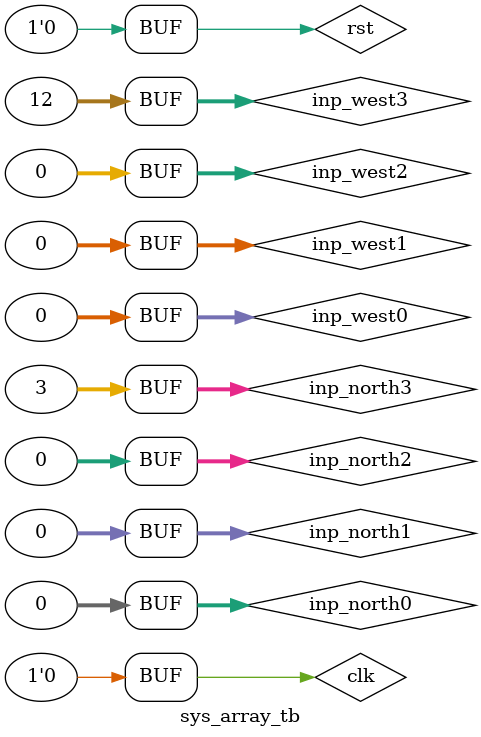
<source format=v>
module sys_array_tb;

reg rst, clk;

reg [31:0] inp_west0, inp_west1, inp_west2, inp_west3, inp_north0, inp_north1, inp_north2, inp_north3;
wire [63:0] result0, result1, result2, result3, result4, result5, result6, result7, result8, result9, result10, result11, result12, result13, result14, result15;
wire done;

systolic_array uut(inp_west0, inp_west1, inp_west2, inp_west3,
		      inp_north0, inp_north1, inp_north2, inp_north3,
		      clk, rst, done,
              result0, result1, result2, result3, result4, result5, result6, result7, result8, result9, result10, result11, result12, result13, result14, result15);


initial begin
	#3  inp_west0 <= 32'd3;
	    inp_north0 <= 32'd12;
	#10 inp_west0 <= 32'd2;
	    inp_north0 <= 32'd8;
	#10 inp_west0 <= 32'd1;
	    inp_north0 <= 32'd4;
	#10 inp_west0 <= 32'd0;
	    inp_north0 <= 32'd0;
	#10 inp_west0 <= 32'd0;
	    inp_north0 <= 32'd0;
	#10 inp_west0 <= 32'd0;
	    inp_north0 <= 32'd0;
	#10 inp_west0 <= 32'd0;	
	    inp_north0 <= 32'd0;
end

initial begin
	#3  inp_west1 <= 32'd0;
	    inp_north1 <= 32'd0;
	#10 inp_west1 <= 32'd7;
	    inp_north1 <= 32'd13;
	#10 inp_west1 <= 32'd6;
	    inp_north1 <= 32'd9;
	#10 inp_west1 <= 32'd5;
	    inp_north1 <= 32'd5;
	#10 inp_west1 <= 32'd4;
	    inp_north1 <= 32'd1;
	#10 inp_west1 <= 32'd0;
	    inp_north1 <= 32'd0;
	#10 inp_west1 <= 32'd0;	
	    inp_north1 <= 32'd0;
end

initial begin
	#3  inp_west2 <= 32'd0;
	    inp_north2 <= 32'd0;
	#10 inp_west2 <= 32'd0;
	    inp_north2 <= 32'd0;
	#10 inp_west2 <= 32'd11;
	    inp_north2 <= 32'd14;
	#10 inp_west2 <= 32'd10;
	    inp_north2 <= 32'd10;
	#10 inp_west2 <= 32'd9;
	    inp_north2 <= 32'd6;
	#10 inp_west2 <= 32'd8;
	    inp_north2 <= 32'd2;
	#10 inp_west2 <= 32'd0;	
	    inp_north2 <= 32'd0;
end

initial begin
	#3  
		inp_west3 <= 32'd0;
	    inp_north3 <= 32'd0;
	#10 
		inp_west3 <= 32'd0;
	    inp_north3 <= 32'd0;
	#10 
		inp_west3 <= 32'd0;
	    inp_north3 <= 32'd0;
	#10 
		inp_west3 <= 32'd15;
	    inp_north3 <= 32'd15;
	#10 inp_west3 <= 32'd14;
	    inp_north3 <= 32'd11;
	#10 inp_west3 <= 32'd13;
	    inp_north3 <= 32'd7;
	#10 inp_west3 <= 32'd12;	
	    inp_north3 <= 32'd3;
end

initial begin
rst <= 1;
clk <= 0;
#3
rst <= 0;
end

initial begin
	repeat(21)
		#5 clk <= ~clk;
end


endmodule
</source>
